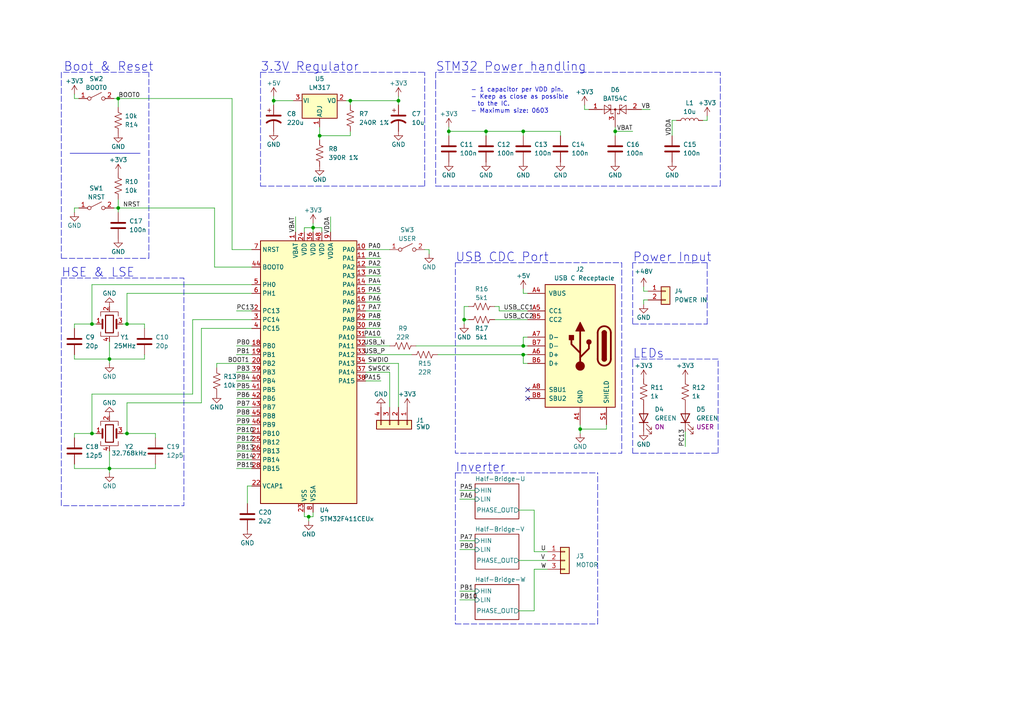
<source format=kicad_sch>
(kicad_sch (version 20230121) (generator eeschema)
  (paper "A4")
  (title_block (title "RTSpeed"))
  (lib_symbols
    (symbol "Connector:USB_C_Receptacle_USB2.0_16P" (pin_names (offset 1.016))
      (property "Reference" "J2" (at 0 22.225 0))
      (property "Value" "USB_C_Receptacle_USB2.0_16P" (at 0 19.685 0))
      (symbol "USB_C_Receptacle_USB2.0_16P_0_1"
        (rectangle (start -10.16 17.78) (end 10.16 -17.78) (stroke (width 0.254)) (fill (type background)))
        (arc (start -8.89 -3.81) (mid -6.985 -5.7067) (end -5.08 -3.81) (stroke (width 0.508)))
        (arc (start -7.62 -3.81) (mid -6.985 -4.4423) (end -6.35 -3.81) (stroke (width 0.254)))
        (arc (start -7.62 -3.81) (mid -6.985 -4.4423) (end -6.35 -3.81) (stroke (width 0.254)) (fill (type outline)))
        (rectangle (start -7.62 -3.81) (end -6.35 3.81) (stroke (width 0.254)) (fill (type outline)))
        (arc (start -6.35 3.81) (mid -6.985 4.4423) (end -7.62 3.81) (stroke (width 0.254)))
        (arc (start -6.35 3.81) (mid -6.985 4.4423) (end -7.62 3.81) (stroke (width 0.254)) (fill (type outline)))
        (arc (start -5.08 3.81) (mid -6.985 5.7067) (end -8.89 3.81) (stroke (width 0.508)))
        (circle (center -2.54 1.143) (radius 0.635) (stroke (width 0.254)) (fill (type outline)))
        (circle (center 0 -5.842) (radius 1.27) (fill (type outline)))
        (polyline (pts (xy -8.89 -3.81) (xy -8.89 3.81)) (stroke (width 0.508)))
        (polyline (pts (xy -5.08 3.81) (xy -5.08 -3.81)) (stroke (width 0.508)))
        (polyline (pts (xy 0 -5.842) (xy 0 4.318)) (stroke (width 0.508)))
        (polyline (pts (xy 0 -3.302) (xy -2.54 -0.762) (xy -2.54 0.508)) (stroke (width 0.508)))
        (polyline (pts (xy 0 -2.032) (xy 2.54 0.508) (xy 2.54 1.778)) (stroke (width 0.508)))
        (polyline (pts (xy -1.27 4.318) (xy 0 6.858) (xy 1.27 4.318) (xy -1.27 4.318)) (stroke (width 0.254)) (fill (type outline)))
        (rectangle (start 1.905 1.778) (end 3.175 3.048) (stroke (width 0.254)) (fill (type outline)))
      )
      (symbol "USB_C_Receptacle_USB2.0_16P_1_1"
        (pin passive line (at 0 -22.86 90) (length 5.08) (name "GND") (number "A1"))
        (pin passive line (at 0 -22.86 90) (length 5.08) hide (name "GND") (number "A12"))
        (pin passive line (at 15.24 15.24 180) (length 5.08) (name "VBUS") (number "A4"))
        (pin bidirectional line (at 15.24 10.16 180) (length 5.08) (name "CC1") (number "A5"))
        (pin bidirectional line (at 15.24 -2.54 180) (length 5.08) (name "D+") (number "A6"))
        (pin bidirectional line (at 15.24 2.54 180) (length 5.08) (name "D-") (number "A7"))
        (pin bidirectional line (at 15.24 -12.7 180) (length 5.08) (name "SBU1") (number "A8"))
        (pin passive line (at 15.24 15.24 180) (length 5.08) hide (name "VBUS") (number "A9"))
        (pin passive line (at 0 -22.86 90) (length 5.08) hide (name "GND") (number "B1"))
        (pin passive line (at 0 -22.86 90) (length 5.08) hide (name "GND") (number "B12"))
        (pin passive line (at 15.24 15.24 180) (length 5.08) hide (name "VBUS") (number "B4"))
        (pin bidirectional line (at 15.24 7.62 180) (length 5.08) (name "CC2") (number "B5"))
        (pin bidirectional line (at 15.24 -5.08 180) (length 5.08) (name "D+") (number "B6"))
        (pin bidirectional line (at 15.24 0 180) (length 5.08) (name "D-") (number "B7"))
        (pin bidirectional line (at 15.24 -15.24 180) (length 5.08) (name "SBU2") (number "B8"))
        (pin passive line (at 15.24 15.24 180) (length 5.08) hide (name "VBUS") (number "B9"))
        (pin passive line (at -7.62 -22.86 90) (length 5.08) (name "SHIELD") (number "S1"))
      )
    )
    (symbol "Connector_Generic:Conn_01x02" (pin_names (offset 1.016) hide)
      (property "Reference" "J" (at 0 2.54 0))
      (property "Value" "Conn_01x02" (at 0 -5.08 0))
      (symbol "Conn_01x02_1_1"
        (rectangle (start -1.27 -2.413) (end 0 -2.667) (stroke (width 0.1524)))
        (rectangle (start -1.27 0.127) (end 0 -0.127) (stroke (width 0.1524)))
        (rectangle (start -1.27 1.27) (end 1.27 -3.81) (stroke (width 0.254)) (fill (type background)))
        (pin passive line (at -5.08 0 0) (length 3.81) (name "Pin_1") (number "1"))
        (pin passive line (at -5.08 -2.54 0) (length 3.81) (name "Pin_2") (number "2"))
      )
    )
    (symbol "Connector_Generic:Conn_01x03" (pin_names (offset 1.016) hide)
      (property "Reference" "J" (at 0 5.08 0))
      (property "Value" "Conn_01x03" (at 0 -5.08 0))
      (symbol "Conn_01x03_1_1"
        (rectangle (start -1.27 -2.413) (end 0 -2.667) (stroke (width 0.1524)))
        (rectangle (start -1.27 0.127) (end 0 -0.127) (stroke (width 0.1524)))
        (rectangle (start -1.27 2.667) (end 0 2.413) (stroke (width 0.1524)))
        (rectangle (start -1.27 3.81) (end 1.27 -3.81) (stroke (width 0.254)) (fill (type background)))
        (pin passive line (at -5.08 2.54 0) (length 3.81) (name "Pin_1") (number "1"))
        (pin passive line (at -5.08 0 0) (length 3.81) (name "Pin_2") (number "2"))
        (pin passive line (at -5.08 -2.54 0) (length 3.81) (name "Pin_3") (number "3"))
      )
    )
    (symbol "Connector_Generic:Conn_01x04" (pin_names (offset 1.016) hide)
      (property "Reference" "J" (at 0 5.08 0))
      (property "Value" "Conn_01x04" (at 0 -7.62 0))
      (symbol "Conn_01x04_1_1"
        (rectangle (start -1.27 -4.953) (end 0 -5.207) (stroke (width 0.1524)))
        (rectangle (start -1.27 -2.413) (end 0 -2.667) (stroke (width 0.1524)))
        (rectangle (start -1.27 0.127) (end 0 -0.127) (stroke (width 0.1524)))
        (rectangle (start -1.27 2.667) (end 0 2.413) (stroke (width 0.1524)))
        (rectangle (start -1.27 3.81) (end 1.27 -6.35) (stroke (width 0.254)) (fill (type background)))
        (pin passive line (at -5.08 2.54 0) (length 3.81) (name "Pin_1") (number "1"))
        (pin passive line (at -5.08 0 0) (length 3.81) (name "Pin_2") (number "2"))
        (pin passive line (at -5.08 -2.54 0) (length 3.81) (name "Pin_3") (number "3"))
        (pin passive line (at -5.08 -5.08 0) (length 3.81) (name "Pin_4") (number "4"))
      )
    )
    (symbol "Device:C" (pin_numbers hide) (pin_names (offset 0.254))
      (property "Reference" "C" (at 0.635 2.54 0))
      (property "Value" "C" (at 0.635 -2.54 0))
      (symbol "C_0_1"
        (polyline (pts (xy -2.032 -0.762) (xy 2.032 -0.762)) (stroke (width 0.508)))
        (polyline (pts (xy -2.032 0.762) (xy 2.032 0.762)) (stroke (width 0.508)))
      )
      (symbol "C_1_1"
        (pin passive line (at 0 3.81 270) (length 2.794) (name "~") (number "1"))
        (pin passive line (at 0 -3.81 90) (length 2.794) (name "~") (number "2"))
      )
    )
    (symbol "Device:C_Polarized_US" (pin_numbers hide) (pin_names (offset 0.254) hide)
      (property "Reference" "C" (at 0.635 2.54 0))
      (property "Value" "C_Polarized_US" (at 0.635 -2.54 0))
      (symbol "C_Polarized_US_0_1"
        (polyline (pts (xy -2.032 0.762) (xy 2.032 0.762)) (stroke (width 0.508)))
        (polyline (pts (xy -1.778 2.286) (xy -0.762 2.286)))
        (polyline (pts (xy -1.27 1.778) (xy -1.27 2.794)))
        (arc (start 2.032 -1.27) (mid 0 -0.5572) (end -2.032 -1.27) (stroke (width 0.508)))
      )
      (symbol "C_Polarized_US_1_1"
        (pin passive line (at 0 3.81 270) (length 2.794) (name "~") (number "1"))
        (pin passive line (at 0 -3.81 90) (length 3.302) (name "~") (number "2"))
      )
    )
    (symbol "Device:Crystal_GND24" (pin_names (offset 1.016) hide)
      (property "Reference" "Y" (at 3.175 5.08 0))
      (property "Value" "Crystal_GND24" (at 3.175 3.175 0))
      (symbol "Crystal_GND24_0_1"
        (rectangle (start -1.143 2.54) (end 1.143 -2.54) (stroke (width 0.3048)))
        (polyline (pts (xy -2.54 0) (xy -2.032 0)))
        (polyline (pts (xy -2.032 -1.27) (xy -2.032 1.27)) (stroke (width 0.508)))
        (polyline (pts (xy 0 -3.81) (xy 0 -3.556)))
        (polyline (pts (xy 0 3.556) (xy 0 3.81)))
        (polyline (pts (xy 2.032 -1.27) (xy 2.032 1.27)) (stroke (width 0.508)))
        (polyline (pts (xy 2.032 0) (xy 2.54 0)))
        (polyline (pts (xy -2.54 -2.286) (xy -2.54 -3.556) (xy 2.54 -3.556) (xy 2.54 -2.286)))
        (polyline (pts (xy -2.54 2.286) (xy -2.54 3.556) (xy 2.54 3.556) (xy 2.54 2.286)))
      )
      (symbol "Crystal_GND24_1_1"
        (pin passive line (at -3.81 0 0) (length 1.27) (name "1") (number "1"))
        (pin passive line (at 0 5.08 270) (length 1.27) (name "2") (number "2"))
        (pin passive line (at 3.81 0 180) (length 1.27) (name "3") (number "3"))
        (pin passive line (at 0 -5.08 90) (length 1.27) (name "4") (number "4"))
      )
    )
    (symbol "Device:L" (pin_numbers hide) (pin_names (offset 1.016) hide)
      (property "Reference" "L" (at -1.27 0 90))
      (property "Value" "L" (at 1.905 0 90))
      (symbol "L_0_1"
        (arc (start 0 -2.54) (mid 0.6323 -1.905) (end 0 -1.27))
        (arc (start 0 -1.27) (mid 0.6323 -0.635) (end 0 0))
        (arc (start 0 0) (mid 0.6323 0.635) (end 0 1.27))
        (arc (start 0 1.27) (mid 0.6323 1.905) (end 0 2.54))
      )
      (symbol "L_1_1"
        (pin passive line (at 0 3.81 270) (length 1.27) (name "1") (number "1"))
        (pin passive line (at 0 -3.81 90) (length 1.27) (name "2") (number "2"))
      )
    )
    (symbol "Device:LED" (pin_numbers hide) (pin_names (offset 1.016) hide)
      (property "Reference" "D" (at 0 2.54 0))
      (property "Value" "LED" (at 0 -2.54 0))
      (symbol "LED_0_1"
        (polyline (pts (xy -1.27 -1.27) (xy -1.27 1.27)) (stroke (width 0.254)))
        (polyline (pts (xy -1.27 0) (xy 1.27 0)))
        (polyline (pts (xy 1.27 -1.27) (xy 1.27 1.27) (xy -1.27 0) (xy 1.27 -1.27)) (stroke (width 0.254)))
        (polyline (pts (xy -3.048 -0.762) (xy -4.572 -2.286) (xy -3.81 -2.286) (xy -4.572 -2.286) (xy -4.572 -1.524)))
        (polyline (pts (xy -1.778 -0.762) (xy -3.302 -2.286) (xy -2.54 -2.286) (xy -3.302 -2.286) (xy -3.302 -1.524)))
      )
      (symbol "LED_1_1"
        (pin passive line (at -3.81 0 0) (length 2.54) (name "K") (number "1"))
        (pin passive line (at 3.81 0 180) (length 2.54) (name "A") (number "2"))
      )
    )
    (symbol "Device:R_US" (pin_numbers hide) (pin_names (offset 0))
      (property "Reference" "R" (at 2.54 0 90))
      (property "Value" "R_US" (at -2.54 0 90))
      (symbol "R_US_0_1"
        (polyline (pts (xy 0 -2.286) (xy 0 -2.54)))
        (polyline (pts (xy 0 2.286) (xy 0 2.54)))
        (polyline (pts (xy 0 -0.762) (xy 1.016 -1.143) (xy 0 -1.524) (xy -1.016 -1.905) (xy 0 -2.286)))
        (polyline (pts (xy 0 0.762) (xy 1.016 0.381) (xy 0 0) (xy -1.016 -0.381) (xy 0 -0.762)))
        (polyline (pts (xy 0 2.286) (xy 1.016 1.905) (xy 0 1.524) (xy -1.016 1.143) (xy 0 0.762)))
      )
      (symbol "R_US_1_1"
        (pin passive line (at 0 3.81 270) (length 1.27) (name "~") (number "1"))
        (pin passive line (at 0 -3.81 90) (length 1.27) (name "~") (number "2"))
      )
    )
    (symbol "Diode:BAT54C" (pin_names (offset 1.016))
      (property "Reference" "D" (at 0.635 -3.81 0))
      (property "Value" "BAT54C" (at -6.35 3.175 0))
      (symbol "BAT54C_0_1"
        (polyline (pts (xy -1.905 0) (xy 1.905 0)))
        (polyline (pts (xy -1.905 1.27) (xy -1.905 1.016)))
        (polyline (pts (xy -1.27 -1.27) (xy -0.635 -1.27)))
        (polyline (pts (xy -1.27 0) (xy -3.81 0)))
        (polyline (pts (xy -1.27 1.27) (xy -1.905 1.27)))
        (polyline (pts (xy -1.27 1.27) (xy -1.27 -1.27)))
        (polyline (pts (xy -0.635 -1.27) (xy -0.635 -1.016)))
        (polyline (pts (xy 0.635 -1.27) (xy 0.635 -1.016)))
        (polyline (pts (xy 1.27 -1.27) (xy 0.635 -1.27)))
        (polyline (pts (xy 1.27 1.27) (xy 1.27 -1.27)))
        (polyline (pts (xy 1.27 1.27) (xy 1.905 1.27)))
        (polyline (pts (xy 1.905 1.27) (xy 1.905 1.016)))
        (polyline (pts (xy 3.81 0) (xy 1.27 0)))
        (polyline (pts (xy -3.175 -1.27) (xy -3.175 1.27) (xy -1.27 0) (xy -3.175 -1.27)))
        (polyline (pts (xy 3.175 -1.27) (xy 3.175 1.27) (xy 1.27 0) (xy 3.175 -1.27)))
        (circle (center 0 0) (radius 0.254) (fill (type outline)))
      )
      (symbol "BAT54C_1_1"
        (pin passive line (at -7.62 0 0) (length 3.81) (name "~") (number "1"))
        (pin passive line (at 7.62 0 180) (length 3.81) (name "~") (number "2"))
        (pin passive line (at 0 -5.08 90) (length 5.08) (name "~") (number "3"))
      )
    )
    (symbol "MCU_ST_STM32F4:STM32F411CEUx"
      (property "Reference" "U" (at -12.7 39.37 0))
      (property "Value" "STM32F411CEUx" (at 10.16 39.37 0))
      (symbol "STM32F411CEUx_0_1"
        (rectangle (start -12.7 -38.1) (end 15.24 38.1) (stroke (width 0.254)) (fill (type background)))
      )
      (symbol "STM32F411CEUx_1_1"
        (pin power_in line (at -2.54 40.64 270) (length 2.54) (name "VBAT") (number "1"))
        (pin bidirectional line (at 17.78 35.56 180) (length 2.54) (name "PA0") (number "10"))
        (pin bidirectional line (at 17.78 33.02 180) (length 2.54) (name "PA1") (number "11"))
        (pin bidirectional line (at 17.78 30.48 180) (length 2.54) (name "PA2") (number "12"))
        (pin bidirectional line (at 17.78 27.94 180) (length 2.54) (name "PA3") (number "13"))
        (pin bidirectional line (at 17.78 25.4 180) (length 2.54) (name "PA4") (number "14"))
        (pin bidirectional line (at 17.78 22.86 180) (length 2.54) (name "PA5") (number "15"))
        (pin bidirectional line (at 17.78 20.32 180) (length 2.54) (name "PA6") (number "16"))
        (pin bidirectional line (at 17.78 17.78 180) (length 2.54) (name "PA7") (number "17"))
        (pin bidirectional line (at -15.24 7.62 0) (length 2.54) (name "PB0") (number "18"))
        (pin bidirectional line (at -15.24 5.08 0) (length 2.54) (name "PB1") (number "19"))
        (pin bidirectional line (at -15.24 17.78 0) (length 2.54) (name "PC13") (number "2"))
        (pin bidirectional line (at -15.24 2.54 0) (length 2.54) (name "PB2") (number "20"))
        (pin bidirectional line (at -15.24 -17.78 0) (length 2.54) (name "PB10") (number "21"))
        (pin power_out line (at -15.24 -33.02 0) (length 2.54) (name "VCAP1") (number "22"))
        (pin power_in line (at 0 -40.64 90) (length 2.54) (name "VSS") (number "23"))
        (pin power_in line (at 0 40.64 270) (length 2.54) (name "VDD") (number "24"))
        (pin bidirectional line (at -15.24 -20.32 0) (length 2.54) (name "PB12") (number "25"))
        (pin bidirectional line (at -15.24 -22.86 0) (length 2.54) (name "PB13") (number "26"))
        (pin bidirectional line (at -15.24 -25.4 0) (length 2.54) (name "PB14") (number "27"))
        (pin bidirectional line (at -15.24 -27.94 0) (length 2.54) (name "PB15") (number "28"))
        (pin bidirectional line (at 17.78 15.24 180) (length 2.54) (name "PA8") (number "29"))
        (pin bidirectional line (at -15.24 15.24 0) (length 2.54) (name "PC14") (number "3"))
        (pin bidirectional line (at 17.78 12.7 180) (length 2.54) (name "PA9") (number "30"))
        (pin bidirectional line (at 17.78 10.16 180) (length 2.54) (name "PA10") (number "31"))
        (pin bidirectional line (at 17.78 7.62 180) (length 2.54) (name "PA11") (number "32"))
        (pin bidirectional line (at 17.78 5.08 180) (length 2.54) (name "PA12") (number "33"))
        (pin bidirectional line (at 17.78 2.54 180) (length 2.54) (name "PA13") (number "34"))
        (pin passive line (at 0 -40.64 90) (length 2.54) hide (name "VSS") (number "35"))
        (pin power_in line (at 2.54 40.64 270) (length 2.54) (name "VDD") (number "36"))
        (pin bidirectional line (at 17.78 0 180) (length 2.54) (name "PA14") (number "37"))
        (pin bidirectional line (at 17.78 -2.54 180) (length 2.54) (name "PA15") (number "38"))
        (pin bidirectional line (at -15.24 0 0) (length 2.54) (name "PB3") (number "39"))
        (pin bidirectional line (at -15.24 12.7 0) (length 2.54) (name "PC15") (number "4"))
        (pin bidirectional line (at -15.24 -2.54 0) (length 2.54) (name "PB4") (number "40"))
        (pin bidirectional line (at -15.24 -5.08 0) (length 2.54) (name "PB5") (number "41"))
        (pin bidirectional line (at -15.24 -7.62 0) (length 2.54) (name "PB6") (number "42"))
        (pin bidirectional line (at -15.24 -10.16 0) (length 2.54) (name "PB7") (number "43"))
        (pin input line (at -15.24 30.48 0) (length 2.54) (name "BOOT0") (number "44"))
        (pin bidirectional line (at -15.24 -12.7 0) (length 2.54) (name "PB8") (number "45"))
        (pin bidirectional line (at -15.24 -15.24 0) (length 2.54) (name "PB9") (number "46"))
        (pin passive line (at 0 -40.64 90) (length 2.54) hide (name "VSS") (number "47"))
        (pin power_in line (at 5.08 40.64 270) (length 2.54) (name "VDD") (number "48"))
        (pin passive line (at 0 -40.64 90) (length 2.54) hide (name "VSS") (number "49"))
        (pin bidirectional line (at -15.24 25.4 0) (length 2.54) (name "PH0") (number "5"))
        (pin bidirectional line (at -15.24 22.86 0) (length 2.54) (name "PH1") (number "6"))
        (pin input line (at -15.24 35.56 0) (length 2.54) (name "NRST") (number "7"))
        (pin power_in line (at 2.54 -40.64 90) (length 2.54) (name "VSSA") (number "8"))
        (pin power_in line (at 7.62 40.64 270) (length 2.54) (name "VDDA") (number "9"))
      )
    )
    (symbol "Regulator_Linear:LM317_TO-220" (pin_names (offset 0.254))
      (property "Reference" "U" (at -3.81 3.175 0))
      (property "Value" "LM317_TO-220" (at 0 3.175 0))
      (symbol "LM317_TO-220_0_1"
        (rectangle (start -5.08 1.905) (end 5.08 -5.08) (stroke (width 0.254)) (fill (type background)))
      )
      (symbol "LM317_TO-220_1_1"
        (pin input line (at 0 -7.62 90) (length 2.54) (name "ADJ") (number "1"))
        (pin power_out line (at 7.62 0 180) (length 2.54) (name "VO") (number "2"))
        (pin power_in line (at -7.62 0 0) (length 2.54) (name "VI") (number "3"))
      )
    )
    (symbol "Switch:SW_SPST" (pin_names (offset 0) hide)
      (property "Reference" "SW" (at 0 3.175 0))
      (property "Value" "SW_SPST" (at 0 -2.54 0))
      (symbol "SW_SPST_0_0"
        (circle (center -2.032 0) (radius 0.508))
        (polyline (pts (xy -1.524 0.254) (xy 1.524 1.778)))
        (circle (center 2.032 0) (radius 0.508))
      )
      (symbol "SW_SPST_1_1"
        (pin passive line (at -5.08 0 0) (length 2.54) (name "A") (number "1"))
        (pin passive line (at 5.08 0 180) (length 2.54) (name "B") (number "2"))
      )
    )
    (symbol "power:+3V3" (power) (pin_names (offset 0))
      (property "Value" "+3V3" (at 0 3.556 0))
      (symbol "+3V3_0_1"
        (polyline (pts (xy -0.762 1.27) (xy 0 2.54)))
        (polyline (pts (xy 0 0) (xy 0 2.54)))
        (polyline (pts (xy 0 2.54) (xy 0.762 1.27)))
      )
      (symbol "+3V3_1_1"
        (pin power_in line (at 0 0 90) (length 0) hide (name "+3V3") (number "1"))
      )
    )
    (symbol "power:+48V" (power) (pin_names (offset 0))
      (property "Value" "+48V" (at 0 3.556 0))
      (symbol "+48V_0_1"
        (polyline (pts (xy -0.762 1.27) (xy 0 2.54)))
        (polyline (pts (xy 0 0) (xy 0 2.54)))
        (polyline (pts (xy 0 2.54) (xy 0.762 1.27)))
      )
      (symbol "+48V_1_1"
        (pin power_in line (at 0 0 90) (length 0) hide (name "+48V") (number "1"))
      )
    )
    (symbol "power:+5V" (power) (pin_names (offset 0))
      (property "Value" "+5V" (at 0 3.556 0))
      (symbol "+5V_0_1"
        (polyline (pts (xy -0.762 1.27) (xy 0 2.54)))
        (polyline (pts (xy 0 0) (xy 0 2.54)))
        (polyline (pts (xy 0 2.54) (xy 0.762 1.27)))
      )
      (symbol "+5V_1_1"
        (pin power_in line (at 0 0 90) (length 0) hide (name "+5V") (number "1"))
      )
    )
    (symbol "power:GND" (power) (pin_names (offset 0))
      (property "Value" "GND" (at 0 -3.81 0))
      (symbol "GND_0_1"
        (polyline (pts (xy 0 0) (xy 0 -1.27) (xy 1.27 -1.27) (xy 0 -2.54) (xy -1.27 -1.27) (xy 0 -1.27)))
      )
      (symbol "GND_1_1"
        (pin power_in line (at 0 0 270) (length 0) hide (name "GND") (number "1"))
      )
    )
  )
  (junction (at 101.6 29.21))
  (junction (at 34.29 28.575))
  (junction (at 168.275 124.46))
  (junction (at 34.29 60.325))
  (junction (at 140.97 38.1))
  (junction (at 26.67 93.98))
  (junction (at 151.765 100.33))
  (junction (at 178.435 38.1))
  (junction (at 36.83 93.98))
  (junction (at 151.765 102.87))
  (junction (at 31.75 135.89))
  (junction (at 134.62 92.71))
  (junction (at 79.375 29.21))
  (junction (at 115.57 29.21))
  (junction (at 90.805 66.04))
  (junction (at 151.765 38.1))
  (junction (at 92.71 39.37))
  (junction (at 26.67 125.73))
  (junction (at 36.83 125.73))
  (junction (at 130.175 38.1))
  (junction (at 89.535 149.86))
  (junction (at 31.75 104.14))
  (no_connect (at 153.035 113.03))
  (no_connect (at 153.035 115.57))
  (wire (pts (xy 34.29 60.325) (xy 62.23 60.325)))
  (wire (pts (xy 68.58 113.03) (xy 73.025 113.03)))
  (wire (pts (xy 21.59 104.14) (xy 31.75 104.14)))
  (wire (pts (xy 36.83 85.09) (xy 73.025 85.09)))
  (wire (pts (xy 88.265 66.04) (xy 88.265 67.31)))
  (wire (pts (xy 154.94 147.955) (xy 154.94 160.02)))
  (wire (pts (xy 21.59 135.89) (xy 21.59 134.62)))
  (wire (pts (xy 26.67 114.3) (xy 26.67 125.73)))
  (wire (pts (xy 110.49 80.01) (xy 106.045 80.01)))
  (wire (pts (xy 106.045 72.39) (xy 113.03 72.39)))
  (wire (pts (xy 162.56 38.1) (xy 162.56 39.37)))
  (wire (pts (xy 67.31 28.575) (xy 67.31 72.39)))
  (wire (pts (xy 36.83 93.98) (xy 41.91 93.98)))
  (wire (pts (xy 106.045 102.87) (xy 119.38 102.87)))
  (wire (pts (xy 205.105 34.925) (xy 203.835 34.925)))
  (wire (pts (xy 31.75 130.81) (xy 31.75 135.89)))
  (wire (pts (xy 21.59 93.98) (xy 21.59 95.25)))
  (wire (pts (xy 21.59 125.73) (xy 26.67 125.73)))
  (wire (pts (xy 21.59 135.89) (xy 31.75 135.89)))
  (wire (pts (xy 34.29 28.575) (xy 67.31 28.575)))
  (wire (pts (xy 168.275 124.46) (xy 168.275 123.19)))
  (wire (pts (xy 175.895 124.46) (xy 175.895 123.19)))
  (wire (pts (xy 100.33 29.21) (xy 101.6 29.21)))
  (wire (pts (xy 186.69 84.455) (xy 187.96 84.455)))
  (wire (pts (xy 123.19 72.39) (xy 124.46 72.39)))
  (polyline (pts (xy 17.78 20.955) (xy 17.78 74.93)) (stroke (width 0) (type dash)))
  (polyline (pts (xy 132.08 180.975) (xy 173.355 180.975)) (stroke (width 0) (type dash)))
  (wire (pts (xy 21.59 93.98) (xy 26.67 93.98)))
  (wire (pts (xy 62.23 77.47) (xy 62.23 60.325)))
  (wire (pts (xy 151.765 102.87) (xy 151.765 105.41)))
  (polyline (pts (xy 17.78 74.93) (xy 43.18 74.93)) (stroke (width 0) (type dash)))
  (wire (pts (xy 34.29 60.325) (xy 34.29 61.595)))
  (wire (pts (xy 36.83 125.73) (xy 45.085 125.73)))
  (wire (pts (xy 133.35 144.78) (xy 137.795 144.78)))
  (polyline (pts (xy 75.565 20.955) (xy 123.19 20.955)) (stroke (width 0) (type dash)))
  (wire (pts (xy 34.29 57.785) (xy 34.29 60.325)))
  (wire (pts (xy 151.765 83.82) (xy 151.765 85.09)))
  (wire (pts (xy 55.88 92.71) (xy 55.88 114.3)))
  (wire (pts (xy 144.78 88.9) (xy 144.78 90.17)))
  (wire (pts (xy 36.83 85.09) (xy 36.83 93.98)))
  (polyline (pts (xy 205.105 93.98) (xy 205.105 76.2)) (stroke (width 0) (type dash)))
  (wire (pts (xy 68.58 90.17) (xy 73.025 90.17)))
  (wire (pts (xy 143.51 92.71) (xy 153.035 92.71)))
  (polyline (pts (xy 208.915 20.955) (xy 126.365 20.955)) (stroke (width 0) (type dash)))
  (polyline (pts (xy 132.08 137.16) (xy 173.355 137.16)) (stroke (width 0) (type dash)))
  (wire (pts (xy 79.375 29.21) (xy 79.375 30.48)))
  (polyline (pts (xy 173.355 180.975) (xy 173.355 137.16)) (stroke (width 0) (type dash)))
  (wire (pts (xy 154.94 177.165) (xy 154.94 165.1)))
  (wire (pts (xy 154.94 165.1) (xy 158.75 165.1)))
  (wire (pts (xy 150.495 162.56) (xy 158.75 162.56)))
  (wire (pts (xy 68.58 123.19) (xy 73.025 123.19)))
  (wire (pts (xy 130.175 36.83) (xy 130.175 38.1)))
  (wire (pts (xy 178.435 38.1) (xy 178.435 39.37)))
  (wire (pts (xy 90.805 66.04) (xy 88.265 66.04)))
  (wire (pts (xy 124.46 72.39) (xy 124.46 73.66)))
  (wire (pts (xy 22.86 28.575) (xy 21.59 28.575)))
  (wire (pts (xy 71.755 140.97) (xy 71.755 146.05)))
  (wire (pts (xy 36.83 116.84) (xy 58.42 116.84)))
  (wire (pts (xy 115.57 105.41) (xy 115.57 118.11)))
  (wire (pts (xy 68.58 120.65) (xy 73.025 120.65)))
  (wire (pts (xy 133.35 159.385) (xy 137.795 159.385)))
  (wire (pts (xy 151.765 100.33) (xy 153.035 100.33)))
  (wire (pts (xy 68.58 102.87) (xy 73.025 102.87)))
  (wire (pts (xy 45.085 135.89) (xy 31.75 135.89)))
  (wire (pts (xy 73.025 92.71) (xy 55.88 92.71)))
  (polyline (pts (xy 183.515 104.775) (xy 183.515 131.445)) (stroke (width 0) (type dash)))
  (wire (pts (xy 143.51 88.9) (xy 144.78 88.9)))
  (polyline (pts (xy 183.515 104.14) (xy 183.515 104.775)) (stroke (width 0) (type dash)))
  (wire (pts (xy 151.765 97.79) (xy 151.765 100.33)))
  (wire (pts (xy 175.895 124.46) (xy 168.275 124.46)))
  (wire (pts (xy 154.94 160.02) (xy 158.75 160.02)))
  (wire (pts (xy 169.545 30.48) (xy 169.545 31.75)))
  (wire (pts (xy 110.49 77.47) (xy 106.045 77.47)))
  (wire (pts (xy 110.49 90.17) (xy 106.045 90.17)))
  (wire (pts (xy 90.805 149.86) (xy 89.535 149.86)))
  (wire (pts (xy 205.105 33.655) (xy 205.105 34.925)))
  (wire (pts (xy 68.58 133.35) (xy 73.025 133.35)))
  (wire (pts (xy 140.97 38.1) (xy 140.97 39.37)))
  (wire (pts (xy 58.42 116.84) (xy 58.42 95.25)))
  (polyline (pts (xy 75.565 53.975) (xy 123.19 53.975)) (stroke (width 0) (type dash)))
  (wire (pts (xy 106.045 105.41) (xy 115.57 105.41)))
  (wire (pts (xy 36.83 93.98) (xy 35.56 93.98)))
  (wire (pts (xy 186.69 83.185) (xy 186.69 84.455)))
  (wire (pts (xy 133.35 142.24) (xy 137.795 142.24)))
  (wire (pts (xy 127 102.87) (xy 151.765 102.87)))
  (wire (pts (xy 88.265 149.86) (xy 88.265 148.59)))
  (wire (pts (xy 113.03 107.95) (xy 113.03 118.11)))
  (wire (pts (xy 95.885 62.865) (xy 95.885 67.31)))
  (wire (pts (xy 186.69 86.995) (xy 186.69 88.265)))
  (wire (pts (xy 45.085 135.89) (xy 45.085 134.62)))
  (polyline (pts (xy 126.365 53.975) (xy 208.915 53.975)) (stroke (width 0) (type dash)))
  (wire (pts (xy 110.49 74.93) (xy 106.045 74.93)))
  (polyline (pts (xy 43.18 74.93) (xy 43.18 20.955)) (stroke (width 0) (type dash)))
  (wire (pts (xy 153.035 97.79) (xy 151.765 97.79)))
  (wire (pts (xy 68.58 100.33) (xy 73.025 100.33)))
  (wire (pts (xy 26.67 125.73) (xy 27.94 125.73)))
  (wire (pts (xy 153.035 102.87) (xy 151.765 102.87)))
  (wire (pts (xy 115.57 27.94) (xy 115.57 29.21)))
  (wire (pts (xy 134.62 93.98) (xy 134.62 92.71)))
  (wire (pts (xy 33.02 28.575) (xy 34.29 28.575)))
  (wire (pts (xy 90.805 148.59) (xy 90.805 149.86)))
  (wire (pts (xy 113.03 100.33) (xy 106.045 100.33)))
  (wire (pts (xy 178.435 38.1) (xy 183.515 38.1)))
  (polyline (pts (xy 208.28 131.445) (xy 208.28 104.14)) (stroke (width 0) (type dash)))
  (wire (pts (xy 62.23 77.47) (xy 73.025 77.47)))
  (wire (pts (xy 106.045 110.49) (xy 110.49 110.49)))
  (polyline (pts (xy 132.08 137.16) (xy 132.08 180.975)) (stroke (width 0) (type dash)))
  (wire (pts (xy 133.35 156.845) (xy 137.795 156.845)))
  (wire (pts (xy 79.375 27.94) (xy 79.375 29.21)))
  (wire (pts (xy 133.35 171.45) (xy 137.795 171.45)))
  (polyline (pts (xy 18.415 20.955) (xy 43.18 20.955)) (stroke (width 0) (type dash)))
  (wire (pts (xy 68.58 135.89) (xy 73.025 135.89)))
  (wire (pts (xy 68.58 130.81) (xy 73.025 130.81)))
  (wire (pts (xy 90.805 66.04) (xy 90.805 67.31)))
  (wire (pts (xy 133.35 173.99) (xy 137.795 173.99)))
  (wire (pts (xy 151.765 38.1) (xy 151.765 39.37)))
  (wire (pts (xy 68.58 110.49) (xy 73.025 110.49)))
  (wire (pts (xy 110.49 97.79) (xy 106.045 97.79)))
  (wire (pts (xy 85.09 29.21) (xy 79.375 29.21)))
  (wire (pts (xy 36.83 125.73) (xy 35.56 125.73)))
  (wire (pts (xy 22.86 60.325) (xy 21.59 60.325)))
  (wire (pts (xy 21.59 104.14) (xy 21.59 102.87)))
  (wire (pts (xy 110.49 87.63) (xy 106.045 87.63)))
  (wire (pts (xy 89.535 151.13) (xy 89.535 149.86)))
  (wire (pts (xy 198.755 129.54) (xy 198.755 125.095)))
  (polyline (pts (xy 183.515 131.445) (xy 208.28 131.445)) (stroke (width 0) (type dash)))
  (wire (pts (xy 140.97 38.1) (xy 130.175 38.1)))
  (wire (pts (xy 106.045 107.95) (xy 113.03 107.95)))
  (wire (pts (xy 194.945 34.925) (xy 196.215 34.925)))
  (wire (pts (xy 92.71 39.37) (xy 92.71 40.64)))
  (wire (pts (xy 134.62 88.9) (xy 134.62 92.71)))
  (wire (pts (xy 110.49 95.25) (xy 106.045 95.25)))
  (wire (pts (xy 162.56 38.1) (xy 151.765 38.1)))
  (wire (pts (xy 26.67 82.55) (xy 73.025 82.55)))
  (wire (pts (xy 90.805 64.77) (xy 90.805 66.04)))
  (wire (pts (xy 26.67 82.55) (xy 26.67 93.98)))
  (wire (pts (xy 92.71 39.37) (xy 92.71 36.83)))
  (wire (pts (xy 41.91 104.14) (xy 31.75 104.14)))
  (wire (pts (xy 115.57 30.48) (xy 115.57 29.21)))
  (wire (pts (xy 21.59 28.575) (xy 21.59 27.305)))
  (wire (pts (xy 68.58 115.57) (xy 73.025 115.57)))
  (wire (pts (xy 151.765 105.41) (xy 153.035 105.41)))
  (wire (pts (xy 101.6 29.21) (xy 101.6 30.48)))
  (wire (pts (xy 67.31 72.39) (xy 73.025 72.39)))
  (wire (pts (xy 85.725 62.865) (xy 85.725 67.31)))
  (wire (pts (xy 194.945 39.37) (xy 194.945 34.925)))
  (wire (pts (xy 58.42 95.25) (xy 73.025 95.25)))
  (wire (pts (xy 178.435 36.83) (xy 178.435 38.1)))
  (wire (pts (xy 110.49 85.09) (xy 106.045 85.09)))
  (wire (pts (xy 41.91 104.14) (xy 41.91 102.87)))
  (wire (pts (xy 21.59 60.325) (xy 21.59 61.595)))
  (wire (pts (xy 26.67 93.98) (xy 27.94 93.98)))
  (polyline (pts (xy 183.515 93.98) (xy 205.105 93.98)) (stroke (width 0) (type dash)))
  (polyline (pts (xy 205.105 76.2) (xy 183.515 76.2)) (stroke (width 0) (type dash)))
  (wire (pts (xy 21.59 125.73) (xy 21.59 127)))
  (wire (pts (xy 144.78 90.17) (xy 153.035 90.17)))
  (polyline (pts (xy 183.515 76.2) (xy 183.515 93.98)) (stroke (width 0) (type dash)))
  (wire (pts (xy 62.865 105.41) (xy 62.865 106.68)))
  (wire (pts (xy 115.57 29.21) (xy 101.6 29.21)))
  (wire (pts (xy 169.545 31.75) (xy 170.815 31.75)))
  (wire (pts (xy 31.75 135.89) (xy 31.75 137.16)))
  (polyline (pts (xy 20.32 44.45) (xy 40.64 44.45)) (stroke (width 0) (type solid)))
  (wire (pts (xy 73.025 140.97) (xy 71.755 140.97)))
  (wire (pts (xy 168.275 124.46) (xy 168.275 125.73)))
  (wire (pts (xy 33.02 60.325) (xy 34.29 60.325)))
  (wire (pts (xy 41.91 93.98) (xy 41.91 95.25)))
  (wire (pts (xy 55.88 114.3) (xy 26.67 114.3)))
  (wire (pts (xy 188.595 31.75) (xy 186.055 31.75)))
  (polyline (pts (xy 75.565 20.955) (xy 75.565 53.975)) (stroke (width 0) (type dash)))
  (wire (pts (xy 130.175 38.1) (xy 130.175 39.37)))
  (wire (pts (xy 151.765 85.09) (xy 153.035 85.09)))
  (wire (pts (xy 150.495 177.165) (xy 154.94 177.165)))
  (wire (pts (xy 68.58 107.95) (xy 73.025 107.95)))
  (wire (pts (xy 93.345 66.04) (xy 90.805 66.04)))
  (polyline (pts (xy 126.365 20.955) (xy 126.365 24.13)) (stroke (width 0) (type dash)))
  (wire (pts (xy 89.535 149.86) (xy 88.265 149.86)))
  (wire (pts (xy 36.83 116.84) (xy 36.83 125.73)))
  (wire (pts (xy 134.62 92.71) (xy 135.89 92.71)))
  (wire (pts (xy 150.495 147.955) (xy 154.94 147.955)))
  (wire (pts (xy 68.58 125.73) (xy 73.025 125.73)))
  (wire (pts (xy 34.29 31.115) (xy 34.29 28.575)))
  (polyline (pts (xy 208.28 104.14) (xy 183.515 104.14)) (stroke (width 0) (type dash)))
  (wire (pts (xy 45.085 125.73) (xy 45.085 127)))
  (wire (pts (xy 101.6 38.1) (xy 101.6 39.37)))
  (wire (pts (xy 73.025 105.41) (xy 62.865 105.41)))
  (wire (pts (xy 187.96 86.995) (xy 186.69 86.995)))
  (wire (pts (xy 134.62 88.9) (xy 135.89 88.9)))
  (wire (pts (xy 151.765 38.1) (xy 140.97 38.1)))
  (wire (pts (xy 110.49 92.71) (xy 106.045 92.71)))
  (polyline (pts (xy 123.19 53.975) (xy 123.19 20.955)) (stroke (width 0) (type dash)))
  (wire (pts (xy 31.75 99.06) (xy 31.75 104.14)))
  (wire (pts (xy 68.58 118.11) (xy 73.025 118.11)))
  (wire (pts (xy 31.75 104.14) (xy 31.75 105.41)))
  (polyline (pts (xy 208.915 53.975) (xy 208.915 20.955)) (stroke (width 0) (type dash)))
  (wire (pts (xy 120.65 100.33) (xy 151.765 100.33)))
  (wire (pts (xy 68.58 128.27) (xy 73.025 128.27)))
  (wire (pts (xy 101.6 39.37) (xy 92.71 39.37)))
  (wire (pts (xy 110.49 82.55) (xy 106.045 82.55)))
  (polyline (pts (xy 126.365 24.13) (xy 126.365 53.975)) (stroke (width 0) (type dash)))
  (wire (pts (xy 93.345 66.04) (xy 93.345 67.31)))
  (rectangle (start 132.08 76.2) (end 180.34 131.445) (stroke (width 0) (type dash)))
  (rectangle (start 17.78 80.645) (end 53.34 146.685) (stroke (width 0) (type dash)))
  (text "Boot & Reset\n" (at 18.415 20.955 0) (effects (font (size 2.54 2.54)) (justify left bottom)))
  (text "LEDs\n" (at 183.515 104.14 0) (effects (font (size 2.54 2.54)) (justify left bottom)))
  (text "3.3V Regulator" (at 75.565 20.955 0) (effects (font (size 2.54 2.54)) (justify left bottom)))
  (text "Power Input" (at 183.515 76.2 0) (effects (font (size 2.54 2.54)) (justify left bottom)))
  (text "STM32 Power handling" (at 126.365 20.955 0) (effects (font (size 2.54 2.54)) (justify left bottom)))
  (text "- 1 capacitor per VDD pin.\n- Keep as close as possible\n  to the IC.\n- Maximum size: 0603" (at 136.525 33.02 0) (effects (font (size 1.27 1.27)) (justify left bottom)))
  (text "Inverter" (at 132.08 137.16 0) (effects (font (size 2.54 2.54)) (justify left bottom)))
  (text "USB CDC Port\n" (at 132.08 76.2 0) (effects (font (size 2.54 2.54)) (justify left bottom)))
  (text "HSE & LSE" (at 17.78 80.645 0) (effects (font (size 2.54 2.54)) (justify left bottom)))
  (label "PA0" (at 110.49 72.39 180))
  (label "PB9" (at 68.58 123.19 0))
  (label "BOOT1" (at 66.04 105.41 0))
  (label "VDDA" (at 95.885 62.865 270))
  (label "PA5" (at 133.35 142.24 0))
  (label "PB12" (at 68.58 128.27 0))
  (label "SWSCK" (at 106.68 107.95 0))
  (label "PA8" (at 110.49 92.71 180))
  (label "VBAT" (at 85.725 62.865 270))
  (label "PB0" (at 68.58 100.33 0))
  (label "PB0" (at 133.35 159.385 0))
  (label "SWDIO" (at 106.68 105.41 0))
  (label "PA1" (at 110.49 74.93 180))
  (label "PA15" (at 110.49 110.49 180))
  (label "PA3" (at 110.49 80.01 180))
  (label "VDDA" (at 194.945 39.37 90))
  (label "VBAT" (at 183.515 38.1 180))
  (label "USB_CC1" (at 146.05 90.17 0))
  (label "PA2" (at 110.49 77.47 180))
  (label "PA7" (at 133.35 156.845 0))
  (label "PA4" (at 110.49 82.55 180))
  (label "PB1" (at 68.58 102.87 0))
  (label "PA6" (at 133.35 144.78 0))
  (label "PB5" (at 68.58 113.03 0))
  (label "V" (at 156.845 162.56 0))
  (label "NRST" (at 40.64 60.325 180))
  (label "USB_P" (at 111.76 102.87 180))
  (label "USB_CC2" (at 146.05 92.71 0))
  (label "U" (at 156.845 160.02 0))
  (label "PA6" (at 110.49 87.63 180))
  (label "VB" (at 188.595 31.75 180))
  (label "PB14" (at 68.58 133.35 0))
  (label "PB1" (at 133.35 171.45 0))
  (label "PB4" (at 68.58 110.49 0))
  (label "PC13" (at 198.755 129.54 90))
  (label "PB10" (at 68.58 125.73 0))
  (label "USB_N" (at 111.76 100.33 180))
  (label "PB15" (at 68.58 135.89 0))
  (label "PB3" (at 68.58 107.95 0))
  (label "PC13" (at 68.58 90.17 0))
  (label "PA5" (at 110.49 85.09 180))
  (label "BOOT0" (at 40.64 28.575 180))
  (label "PA10" (at 110.49 97.79 180))
  (label "W" (at 156.845 165.1 0))
  (label "PB13" (at 68.58 130.81 0))
  (label "PA7" (at 110.49 90.17 180))
  (label "PB6" (at 68.58 115.57 0))
  (label "PB10" (at 133.35 173.99 0))
  (label "PB8" (at 68.58 120.65 0))
  (label "PB7" (at 68.58 118.11 0))
  (label "PA9" (at 110.49 95.25 180))
  (symbol (lib_id "Device:R_US") (at 101.6 34.29 0) (unit 1)
    (property "Reference" "R7" (at 104.14 33.0199 0) (effects (justify left)))
    (property "Value" "240R 1%" (at 104.14 35.5599 0) (effects (justify left)))
  )
  (symbol (lib_id "power:GND") (at 34.29 69.215 0) (mirror y) (unit 1)
    (property "Reference" "#PWR040" (effects hide))
    (property "Value" "GND" (at 34.29 73.025 0))
  )
  (symbol (lib_id "power:GND") (at 89.535 151.13 0) (unit 1)
    (property "Reference" "#PWR045" (effects hide))
    (property "Value" "GND" (at 89.535 154.94 0))
  )
  (symbol (lib_id "power:+48V") (at 186.69 83.185 0) (unit 1)
    (property "Reference" "#PWR05" (effects hide))
    (property "Value" "+48V" (at 186.69 78.74 0))
  )
  (symbol (lib_id "Device:R_US") (at 92.71 44.45 0) (unit 1)
    (property "Reference" "R8" (at 95.25 43.1799 0) (effects (justify left)))
    (property "Value" "390R 1%" (at 95.25 45.7199 0) (effects (justify left)))
  )
  (symbol (lib_id "Switch:SW_SPST") (at 27.94 28.575 0) (unit 1)
    (property "Reference" "SW2" (at 27.94 22.86 0))
    (property "Value" "BOOT0" (at 27.94 25.4 0))
  )
  (symbol (lib_id "power:+5V") (at 151.765 83.82 0) (unit 1)
    (property "Reference" "#PWR048" (effects hide))
    (property "Value" "+5V" (at 151.765 80.01 0))
  )
  (symbol (lib_id "Device:R_US") (at 198.755 113.665 0) (unit 1)
    (property "Reference" "R12" (at 200.66 112.395 0) (effects (justify left)))
    (property "Value" "1k" (at 200.66 114.935 0) (effects (justify left)))
  )
  (symbol (lib_id "Connector_Generic:Conn_01x04") (at 115.57 123.19 270) (unit 1)
    (property "Reference" "J1" (at 120.65 121.92 90) (effects (justify left)))
    (property "Value" "SWD" (at 120.65 123.825 90) (effects (justify left)))
  )
  (symbol (lib_id "Device:C_Polarized_US") (at 79.375 34.29 0) (unit 1)
    (property "Reference" "C8" (at 83.185 33.02 0) (effects (justify left)))
    (property "Value" "220u" (at 83.185 35.56 0) (effects (justify left)))
  )
  (symbol (lib_id "Device:LED") (at 198.755 121.285 90) (unit 1)
    (property "Reference" "D5" (at 201.93 118.745 90) (effects (justify right)))
    (property "Value" "GREEN" (at 201.93 121.285 90) (effects (justify right)))
    (property "Use" "USER" (at 201.93 123.825 90) (effects (justify right)))
  )
  (symbol (lib_id "power:+3V3") (at 186.69 109.855 0) (unit 1)
    (property "Reference" "#PWR033" (effects hide))
    (property "Value" "+3V3" (at 186.69 106.045 0))
  )
  (symbol (lib_id "power:GND") (at 194.945 46.99 0) (unit 1)
    (property "Reference" "#PWR025" (effects hide))
    (property "Value" "GND" (at 194.945 50.8 0))
  )
  (symbol (lib_id "power:+3V3") (at 198.755 109.855 0) (unit 1)
    (property "Reference" "#PWR034" (effects hide))
    (property "Value" "+3V3" (at 198.755 106.045 0))
  )
  (symbol (lib_id "power:+3V3") (at 115.57 27.94 0) (unit 1)
    (property "Reference" "#PWR017" (effects hide))
    (property "Value" "+3V3" (at 115.57 24.13 0))
  )
  (symbol (lib_id "Device:R_US") (at 139.7 88.9 90) (unit 1)
    (property "Reference" "R16" (at 139.7 83.82 90))
    (property "Value" "5k1" (at 139.7 86.36 90))
  )
  (symbol (lib_id "power:GND") (at 71.755 153.67 0) (unit 1)
    (property "Reference" "#PWR044" (effects hide))
    (property "Value" "GND" (at 71.755 157.48 0))
  )
  (symbol (lib_id "Device:C") (at 194.945 43.18 0) (unit 1)
    (property "Reference" "C15" (at 198.12 41.9099 0) (effects (justify left)))
    (property "Value" "100n" (at 198.12 44.4499 0) (effects (justify left)))
  )
  (symbol (lib_id "power:GND") (at 31.75 137.16 0) (unit 1)
    (property "Reference" "#PWR043" (effects hide))
    (property "Value" "GND" (at 31.75 140.97 0))
  )
  (symbol (lib_id "Device:R_US") (at 34.29 34.925 180) (unit 1)
    (property "Reference" "R14" (at 36.195 36.195 0) (effects (justify right)))
    (property "Value" "10k" (at 36.195 33.655 0) (effects (justify right)))
  )
  (symbol (lib_id "power:GND") (at 21.59 61.595 0) (unit 1)
    (property "Reference" "#PWR027" (effects hide))
    (property "Value" "GND" (at 21.59 65.405 0))
  )
  (symbol (lib_id "power:GND") (at 31.75 120.65 180) (unit 1)
    (property "Reference" "#PWR042" (effects hide))
    (property "Value" "GND" (at 31.75 116.84 0))
  )
  (symbol (lib_id "power:GND") (at 31.75 105.41 0) (unit 1)
    (property "Reference" "#PWR018" (effects hide))
    (property "Value" "GND" (at 31.75 109.22 0))
  )
  (symbol (lib_id "power:GND") (at 178.435 46.99 0) (unit 1)
    (property "Reference" "#PWR036" (effects hide))
    (property "Value" "GND" (at 178.435 50.8 0))
  )
  (symbol (lib_id "power:GND") (at 92.71 48.26 0) (unit 1)
    (property "Reference" "#PWR013" (effects hide))
    (property "Value" "GND" (at 92.71 52.07 0))
  )
  (symbol (lib_id "Switch:SW_SPST") (at 27.94 60.325 0) (unit 1)
    (property "Reference" "SW1" (at 27.94 54.61 0))
    (property "Value" "NRST" (at 27.94 57.15 0))
  )
  (symbol (lib_id "Device:Crystal_GND24") (at 31.75 125.73 0) (unit 1)
    (property "Reference" "Y2" (at 37.465 129.54 0))
    (property "Value" "32.768kHz" (at 37.465 131.445 0))
  )
  (symbol (lib_id "power:GND") (at 124.46 73.66 0) (unit 1)
    (property "Reference" "#PWR041" (effects hide))
    (property "Value" "GND" (at 124.46 77.47 0))
  )
  (symbol (lib_id "power:+3V3") (at 169.545 30.48 0) (unit 1)
    (property "Reference" "#PWR035" (effects hide))
    (property "Value" "+3V3" (at 169.545 26.67 0))
  )
  (symbol (lib_id "Device:L") (at 200.025 34.925 90) (unit 1)
    (property "Reference" "L1" (at 200.025 29.845 90))
    (property "Value" "10u" (at 200.025 32.385 90))
  )
  (symbol (lib_id "Device:C") (at 130.175 43.18 0) (unit 1)
    (property "Reference" "C11" (at 133.35 41.9099 0) (effects (justify left)))
    (property "Value" "100n" (at 133.35 44.4499 0) (effects (justify left)))
  )
  (symbol (lib_id "Device:C") (at 140.97 43.18 0) (unit 1)
    (property "Reference" "C12" (at 144.145 41.9099 0) (effects (justify left)))
    (property "Value" "100n" (at 144.145 44.4499 0) (effects (justify left)))
  )
  (symbol (lib_id "power:GND") (at 34.29 38.735 0) (mirror y) (unit 1)
    (property "Reference" "#PWR039" (effects hide))
    (property "Value" "GND" (at 34.29 42.545 0))
  )
  (symbol (lib_id "Device:R_US") (at 123.19 102.87 90) (unit 1)
    (property "Reference" "R15" (at 123.19 105.41 90))
    (property "Value" "22R" (at 123.19 107.95 90))
  )
  (symbol (lib_id "power:+5V") (at 79.375 27.94 0) (unit 1)
    (property "Reference" "#PWR016" (effects hide))
    (property "Value" "+5V" (at 79.375 24.13 0))
  )
  (symbol (lib_id "MCU_ST_STM32F4:STM32F411CEUx") (at 88.265 107.95 0) (unit 1)
    (property "Reference" "U4" (at 92.71 147.955 0) (effects (justify left)))
    (property "Value" "STM32F411CEUx" (at 92.71 150.495 0) (effects (justify left)))
    (property "Footprint" "Package_DFN_QFN:QFN-48-1EP_7x7mm_P0.5mm_EP5.6x5.6mm" (effects hide))
    (property "Datasheet" "https://www.st.com/resource/en/datasheet/stm32f411ce.pdf" (effects hide))
  )
  (symbol (lib_id "power:+3V3") (at 205.105 33.655 0) (unit 1)
    (property "Reference" "#PWR032" (effects hide))
    (property "Value" "+3V3" (at 205.105 29.845 0))
  )
  (symbol (lib_id "Device:C") (at 34.29 65.405 180) (unit 1)
    (property "Reference" "C17" (at 37.465 64.1349 0) (effects (justify right)))
    (property "Value" "100n" (at 37.465 66.6749 0) (effects (justify right)))
  )
  (symbol (lib_id "Regulator_Linear:LM317_TO-220") (at 92.71 29.21 0) (unit 1)
    (property "Reference" "U5" (at 92.71 22.86 0))
    (property "Value" "LM317" (at 92.71 25.4 0))
    (property "Footprint" "Package_TO_SOT_THT:TO-220-3_Vertical" (effects hide))
    (property "Datasheet" "http://www.ti.com/lit/ds/symlink/lm317.pdf" (effects hide))
  )
  (symbol (lib_id "Device:Crystal_GND24") (at 31.75 93.98 0) (unit 1)
    (property "Reference" "Y1" (at 36.195 97.79 0))
    (property "Value" "25MHz" (at 36.195 100.33 0))
  )
  (symbol (lib_id "power:GND") (at 134.62 93.98 0) (unit 1)
    (property "Reference" "#PWR047" (effects hide))
    (property "Value" "GND" (at 134.62 97.79 0))
  )
  (symbol (lib_id "power:+3V3") (at 130.175 36.83 0) (unit 1)
    (property "Reference" "#PWR020" (effects hide))
    (property "Value" "+3V3" (at 130.175 33.02 0))
  )
  (symbol (lib_id "Device:R_US") (at 186.69 113.665 0) (unit 1)
    (property "Reference" "R11" (at 188.595 112.395 0) (effects (justify left)))
    (property "Value" "1k" (at 188.595 114.935 0) (effects (justify left)))
  )
  (symbol (lib_id "power:GND") (at 168.275 125.73 0) (unit 1)
    (property "Reference" "#PWR046" (effects hide))
    (property "Value" "GND" (at 168.275 129.54 0))
  )
  (symbol (lib_id "power:GND") (at 162.56 46.99 0) (unit 1)
    (property "Reference" "#PWR024" (effects hide))
    (property "Value" "GND" (at 162.56 50.8 0))
  )
  (symbol (lib_id "Device:LED") (at 186.69 121.285 90) (unit 1)
    (property "Reference" "D4" (at 189.865 118.745 90) (effects (justify right)))
    (property "Value" "GREEN" (at 189.865 121.285 90) (effects (justify right)))
    (property "Use" "ON" (at 189.865 123.825 90) (effects (justify right)))
  )
  (symbol (lib_id "power:+3V3") (at 34.29 50.165 0) (unit 1)
    (property "Reference" "#PWR028" (effects hide))
    (property "Value" "+3V3" (at 34.29 46.355 0))
  )
  (symbol (lib_id "power:GND") (at 130.175 46.99 0) (unit 1)
    (property "Reference" "#PWR021" (effects hide))
    (property "Value" "GND" (at 130.175 50.8 0))
  )
  (symbol (lib_id "power:GND") (at 110.49 118.11 180) (unit 1)
    (property "Reference" "#PWR030" (effects hide))
    (property "Value" "GND" (at 110.49 114.3 0))
  )
  (symbol (lib_id "power:+3V3") (at 21.59 27.305 0) (mirror y) (unit 1)
    (property "Reference" "#PWR038" (effects hide))
    (property "Value" "+3V3" (at 21.59 23.495 0))
  )
  (symbol (lib_id "Device:C") (at 71.755 149.86 0) (unit 1)
    (property "Reference" "C20" (at 74.93 148.59 0) (effects (justify left)))
    (property "Value" "2u2" (at 74.93 151.13 0) (effects (justify left)))
  )
  (symbol (lib_id "Connector_Generic:Conn_01x02") (at 193.04 84.455 0) (unit 1)
    (property "Reference" "J4" (at 195.58 84.455 0) (effects (justify left)))
    (property "Value" "POWER IN" (at 195.58 86.995 0) (effects (justify left)))
  )
  (symbol (lib_id "power:+3V3") (at 90.805 64.77 0) (unit 1)
    (property "Reference" "#PWR026" (effects hide))
    (property "Value" "+3V3" (at 90.805 60.96 0))
  )
  (symbol (lib_id "Connector:USB_C_Receptacle_USB2.0_16P") (at 168.275 100.33 0) (mirror y) (unit 1)
    (property "Reference" "J2" (at 167.005 78.105 0) (effects (justify right)))
    (property "Value" "USB C Receptacle" (at 160.655 80.645 0) (effects (justify right)))
    (property "Datasheet" "https://www.usb.org/sites/default/files/documents/usb_type-c.zip" (effects hide))
  )
  (symbol (lib_id "Device:C") (at 45.085 130.81 0) (unit 1)
    (property "Reference" "C19" (at 48.26 129.5399 0) (effects (justify left)))
    (property "Value" "12p5" (at 48.26 132.0799 0) (effects (justify left)))
  )
  (symbol (lib_id "Switch:SW_SPST") (at 118.11 72.39 0) (unit 1)
    (property "Reference" "SW3" (at 118.11 66.675 0))
    (property "Value" "USER" (at 118.11 69.215 0))
  )
  (symbol (lib_id "power:GND") (at 62.865 114.3 0) (unit 1)
    (property "Reference" "#PWR037" (effects hide))
    (property "Value" "GND" (at 62.865 118.11 0))
  )
  (symbol (lib_id "power:GND") (at 186.69 88.265 0) (unit 1)
    (property "Reference" "#PWR06" (effects hide))
    (property "Value" "GND" (at 186.69 92.075 0))
  )
  (symbol (lib_id "power:GND") (at 186.69 125.095 0) (unit 1)
    (property "Reference" "#PWR031" (effects hide))
    (property "Value" "GND" (at 186.69 128.905 0))
  )
  (symbol (lib_id "power:+3V3") (at 118.11 118.11 0) (unit 1)
    (property "Reference" "#PWR029" (effects hide))
    (property "Value" "+3V3" (at 118.11 114.3 0))
  )
  (symbol (lib_id "power:GND") (at 151.765 46.99 0) (unit 1)
    (property "Reference" "#PWR023" (effects hide))
    (property "Value" "GND" (at 151.765 50.8 0))
  )
  (symbol (lib_id "Connector_Generic:Conn_01x03") (at 163.83 162.56 0) (unit 1)
    (property "Reference" "J3" (at 167.005 161.2899 0) (effects (justify left)))
    (property "Value" "MOTOR" (at 167.005 163.8299 0) (effects (justify left)))
  )
  (symbol (lib_id "Device:C") (at 21.59 130.81 0) (unit 1)
    (property "Reference" "C18" (at 24.765 129.54 0) (effects (justify left)))
    (property "Value" "12p5" (at 24.765 132.08 0) (effects (justify left)))
  )
  (symbol (lib_id "Device:C") (at 162.56 43.18 0) (unit 1)
    (property "Reference" "C14" (at 165.735 41.9099 0) (effects (justify left)))
    (property "Value" "100n" (at 165.735 44.4499 0) (effects (justify left)))
  )
  (symbol (lib_id "Device:C") (at 151.765 43.18 0) (unit 1)
    (property "Reference" "C13" (at 154.94 41.9099 0) (effects (justify left)))
    (property "Value" "100n" (at 154.94 44.4499 0) (effects (justify left)))
  )
  (symbol (lib_id "Device:C") (at 41.91 99.06 0) (unit 1)
    (property "Reference" "C10" (at 45.085 97.7899 0) (effects (justify left)))
    (property "Value" "20p" (at 45.085 100.3299 0) (effects (justify left)))
  )
  (symbol (lib_id "Diode:BAT54C") (at 178.435 31.75 0) (unit 1)
    (property "Reference" "D6" (at 178.435 26.035 0))
    (property "Value" "BAT54C" (at 178.435 28.575 0))
    (property "Footprint" "Package_TO_SOT_SMD:SOT-23" (effects hide))
    (property "Datasheet" "http://www.diodes.com/_files/datasheets/ds11005.pdf" (effects hide))
  )
  (symbol (lib_id "Device:R_US") (at 34.29 53.975 0) (unit 1)
    (property "Reference" "R10" (at 36.195 52.705 0) (effects (justify left)))
    (property "Value" "10k" (at 36.195 55.245 0) (effects (justify left)))
  )
  (symbol (lib_id "Device:C") (at 178.435 43.18 0) (unit 1)
    (property "Reference" "C16" (at 181.61 41.9099 0) (effects (justify left)))
    (property "Value" "100n" (at 181.61 44.4499 0) (effects (justify left)))
  )
  (symbol (lib_id "power:GND") (at 115.57 38.1 0) (unit 1)
    (property "Reference" "#PWR015" (effects hide))
    (property "Value" "GND" (at 115.57 41.91 0))
  )
  (symbol (lib_id "Device:C") (at 21.59 99.06 0) (unit 1)
    (property "Reference" "C9" (at 24.765 97.7899 0) (effects (justify left)))
    (property "Value" "20p" (at 24.765 100.3299 0) (effects (justify left)))
  )
  (symbol (lib_id "Device:R_US") (at 116.84 100.33 90) (unit 1)
    (property "Reference" "R9" (at 116.84 95.25 90))
    (property "Value" "22R" (at 116.84 97.79 90))
  )
  (symbol (lib_id "Device:C_Polarized_US") (at 115.57 34.29 0) (unit 1)
    (property "Reference" "C7" (at 119.38 33.02 0) (effects (justify left)))
    (property "Value" "10u" (at 119.38 35.56 0) (effects (justify left)))
  )
  (symbol (lib_id "power:GND") (at 31.75 88.9 180) (unit 1)
    (property "Reference" "#PWR019" (effects hide))
    (property "Value" "GND" (at 31.75 85.09 0))
  )
  (symbol (lib_id "power:GND") (at 140.97 46.99 0) (unit 1)
    (property "Reference" "#PWR022" (effects hide))
    (property "Value" "GND" (at 140.97 50.8 0))
  )
  (symbol (lib_id "Device:R_US") (at 139.7 92.71 90) (unit 1)
    (property "Reference" "R17" (at 139.7 95.25 90))
    (property "Value" "5k1" (at 139.7 97.79 90))
  )
  (symbol (lib_id "Device:R_US") (at 62.865 110.49 0) (unit 1)
    (property "Reference" "R13" (at 64.77 109.22 0) (effects (justify left)))
    (property "Value" "10k" (at 64.77 111.76 0) (effects (justify left)))
  )
  (symbol (lib_id "power:GND") (at 79.375 38.1 0) (unit 1)
    (property "Reference" "#PWR014" (effects hide))
    (property "Value" "GND" (at 79.375 41.91 0))
  )
  (sheet (at 137.795 169.545) (size 12.7 10.16) (stroke (width 0.1524))
    (property "Sheetname" "Half-Bridge-W" (at 137.795 168.8334 0) (effects (justify left bottom)))
    (property "Sheetfile" "Half-Bridge.kicad_sch" (effects hide))
    (pin "PHASE_OUT" output (at 150.495 177.165 0))
    (pin "HIN" input (at 137.795 171.45 180))
    (pin "LIN" input (at 137.795 173.99 180))
  )
  (sheet (at 137.795 140.335) (size 12.7 10.16) (stroke (width 0.1524))
    (property "Sheetname" "Half-Bridge-U" (at 137.795 139.6234 0) (effects (justify left bottom)))
    (property "Sheetfile" "Half-Bridge.kicad_sch" (effects hide))
    (pin "PHASE_OUT" output (at 150.495 147.955 0))
    (pin "HIN" input (at 137.795 142.24 180))
    (pin "LIN" input (at 137.795 144.78 180))
  )
  (sheet (at 137.795 154.94) (size 12.7 10.16) (stroke (width 0.1524))
    (property "Sheetname" "Half-Bridge-V" (at 137.795 154.2284 0) (effects (justify left bottom)))
    (property "Sheetfile" "Half-Bridge.kicad_sch" (effects hide))
    (pin "PHASE_OUT" output (at 150.495 162.56 0))
    (pin "HIN" input (at 137.795 156.845 180))
    (pin "LIN" input (at 137.795 159.385 180))
  )
)
</source>
